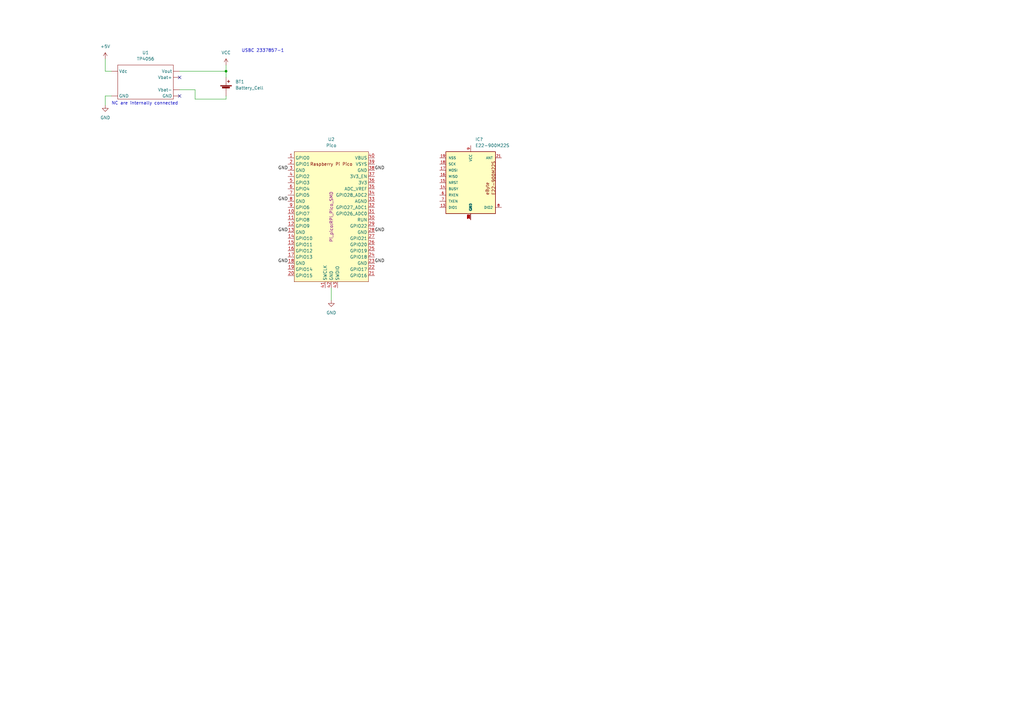
<source format=kicad_sch>
(kicad_sch (version 20211123) (generator eeschema)
  (paper "A3")
  (lib_symbols
    (symbol "Device:Battery_Cell" (pin_numbers hide) (pin_names (offset 0) hide)
      (property "Reference" "BT" (at 2.54 2.54 0))
      (property "Value" "Battery_Cell" (at 2.54 0 0))
      (symbol "Battery_Cell_0_1"
        (rectangle (start -2.286 1.778) (end 2.286 1.524) (fill (type outline)))
        (rectangle (start -1.5748 1.1938) (end 1.4732 0.6858) (fill (type outline)))
        (polyline (pts (xy 0 0.762) (xy 0 0)))
        (polyline (pts (xy 0 1.778) (xy 0 2.54)))
        (polyline (pts (xy 0.508 3.429) (xy 1.524 3.429)) (stroke (width 0.254)))
        (polyline (pts (xy 1.016 3.937) (xy 1.016 2.921)) (stroke (width 0.254)))
      )
      (symbol "Battery_Cell_1_1"
        (pin passive line (at 0 5.08 270) (length 2.54) (name "+") (number "1"))
        (pin passive line (at 0 -2.54 90) (length 2.54) (name "-") (number "2"))
      )
    )
    (symbol "Pi-Pico:Pico"
      (property "Reference" "U" (at -13.97 27.94 0))
      (property "Value" "Pico" (at 0 19.05 0))
      (symbol "Pico_0_0"
        (text "Raspberry Pi Pico" (at 0 21.59 0) (effects (font (size 1.27 1.27))))
      )
      (symbol "Pico_0_1"
        (rectangle (start -15.24 26.67) (end 15.24 -26.67) (fill (type background)))
      )
      (symbol "Pico_1_1"
        (pin bidirectional line (at -17.78 24.13 0) (length 2.54) (name "GPIO0") (number "1"))
        (pin bidirectional line (at -17.78 1.27 0) (length 2.54) (name "GPIO7") (number "10"))
        (pin bidirectional line (at -17.78 -1.27 0) (length 2.54) (name "GPIO8") (number "11"))
        (pin bidirectional line (at -17.78 -3.81 0) (length 2.54) (name "GPIO9") (number "12"))
        (pin power_in line (at -17.78 -6.35 0) (length 2.54) (name "GND") (number "13"))
        (pin bidirectional line (at -17.78 -8.89 0) (length 2.54) (name "GPIO10") (number "14"))
        (pin bidirectional line (at -17.78 -11.43 0) (length 2.54) (name "GPIO11") (number "15"))
        (pin bidirectional line (at -17.78 -13.97 0) (length 2.54) (name "GPIO12") (number "16"))
        (pin bidirectional line (at -17.78 -16.51 0) (length 2.54) (name "GPIO13") (number "17"))
        (pin power_in line (at -17.78 -19.05 0) (length 2.54) (name "GND") (number "18"))
        (pin bidirectional line (at -17.78 -21.59 0) (length 2.54) (name "GPIO14") (number "19"))
        (pin bidirectional line (at -17.78 21.59 0) (length 2.54) (name "GPIO1") (number "2"))
        (pin bidirectional line (at -17.78 -24.13 0) (length 2.54) (name "GPIO15") (number "20"))
        (pin bidirectional line (at 17.78 -24.13 180) (length 2.54) (name "GPIO16") (number "21"))
        (pin bidirectional line (at 17.78 -21.59 180) (length 2.54) (name "GPIO17") (number "22"))
        (pin power_in line (at 17.78 -19.05 180) (length 2.54) (name "GND") (number "23"))
        (pin bidirectional line (at 17.78 -16.51 180) (length 2.54) (name "GPIO18") (number "24"))
        (pin bidirectional line (at 17.78 -13.97 180) (length 2.54) (name "GPIO19") (number "25"))
        (pin bidirectional line (at 17.78 -11.43 180) (length 2.54) (name "GPIO20") (number "26"))
        (pin bidirectional line (at 17.78 -8.89 180) (length 2.54) (name "GPIO21") (number "27"))
        (pin power_in line (at 17.78 -6.35 180) (length 2.54) (name "GND") (number "28"))
        (pin bidirectional line (at 17.78 -3.81 180) (length 2.54) (name "GPIO22") (number "29"))
        (pin power_in line (at -17.78 19.05 0) (length 2.54) (name "GND") (number "3"))
        (pin input line (at 17.78 -1.27 180) (length 2.54) (name "RUN") (number "30"))
        (pin bidirectional line (at 17.78 1.27 180) (length 2.54) (name "GPIO26_ADC0") (number "31"))
        (pin bidirectional line (at 17.78 3.81 180) (length 2.54) (name "GPIO27_ADC1") (number "32"))
        (pin power_in line (at 17.78 6.35 180) (length 2.54) (name "AGND") (number "33"))
        (pin bidirectional line (at 17.78 8.89 180) (length 2.54) (name "GPIO28_ADC2") (number "34"))
        (pin power_in line (at 17.78 11.43 180) (length 2.54) (name "ADC_VREF") (number "35"))
        (pin power_in line (at 17.78 13.97 180) (length 2.54) (name "3V3") (number "36"))
        (pin input line (at 17.78 16.51 180) (length 2.54) (name "3V3_EN") (number "37"))
        (pin bidirectional line (at 17.78 19.05 180) (length 2.54) (name "GND") (number "38"))
        (pin power_in line (at 17.78 21.59 180) (length 2.54) (name "VSYS") (number "39"))
        (pin bidirectional line (at -17.78 16.51 0) (length 2.54) (name "GPIO2") (number "4"))
        (pin power_in line (at 17.78 24.13 180) (length 2.54) (name "VBUS") (number "40"))
        (pin input line (at -2.54 -29.21 90) (length 2.54) (name "SWCLK") (number "41"))
        (pin power_in line (at 0 -29.21 90) (length 2.54) (name "GND") (number "42"))
        (pin bidirectional line (at 2.54 -29.21 90) (length 2.54) (name "SWDIO") (number "43"))
        (pin bidirectional line (at -17.78 13.97 0) (length 2.54) (name "GPIO3") (number "5"))
        (pin bidirectional line (at -17.78 11.43 0) (length 2.54) (name "GPIO4") (number "6"))
        (pin bidirectional line (at -17.78 8.89 0) (length 2.54) (name "GPIO5") (number "7"))
        (pin power_in line (at -17.78 6.35 0) (length 2.54) (name "GND") (number "8"))
        (pin bidirectional line (at -17.78 3.81 0) (length 2.54) (name "GPIO6") (number "9"))
      )
    )
    (symbol "_Lora:E22-900M22S" (pin_names (offset 1.016))
      (property "Reference" "IC" (at 5.08 17.78 0))
      (property "Value" "E22-900M22S" (at -12.7 17.78 0))
      (symbol "E22-900M22S_0_0"
        (rectangle (start -10.16 -12.7) (end 10.16 12.7) (stroke (width 0.254)) (fill (type background)))
        (text "E22-900M22S" (at 10.16 -5.08 900) (effects (font (size 1.27 1.27)) (justify left bottom)))
        (text "eByte" (at 7.62 -5.08 900) (effects (font (size 1.27 1.27)) (justify left bottom)))
        (pin power_in line (at 0 -15.24 90) (length 2.54) (name "GND") (number "1"))
        (pin power_in line (at 0 -15.24 90) (length 2.54) (name "GND") (number "10"))
        (pin power_in line (at 0 -15.24 90) (length 2.54) (name "GND") (number "11"))
        (pin power_in line (at 0 -15.24 90) (length 2.54) (name "GND") (number "12"))
        (pin bidirectional line (at -12.7 -10.16 0) (length 2.54) (name "DIO1") (number "13"))
        (pin bidirectional line (at -12.7 -2.54 0) (length 2.54) (name "BUSY") (number "14"))
        (pin bidirectional line (at -12.7 0 0) (length 2.54) (name "NRST") (number "15"))
        (pin bidirectional line (at -12.7 2.54 0) (length 2.54) (name "MISO") (number "16"))
        (pin bidirectional line (at -12.7 5.08 0) (length 2.54) (name "MOSI") (number "17"))
        (pin input line (at -12.7 7.62 0) (length 2.54) (name "SCK") (number "18"))
        (pin input line (at -12.7 10.16 0) (length 2.54) (name "NSS") (number "19"))
        (pin power_in line (at 0 -15.24 90) (length 2.54) (name "GND") (number "2"))
        (pin power_in line (at 0 -15.24 90) (length 2.54) (name "GND") (number "20"))
        (pin output line (at 12.7 10.16 180) (length 2.54) (name "ANT") (number "21"))
        (pin power_in line (at 0 -15.24 90) (length 2.54) (name "GND") (number "22"))
        (pin power_in line (at 0 -15.24 90) (length 2.54) (name "GND") (number "3"))
        (pin power_in line (at 0 -15.24 90) (length 2.54) (name "GND") (number "4"))
        (pin power_in line (at 0 -15.24 90) (length 2.54) (name "GND") (number "5"))
        (pin input line (at -12.7 -5.08 0) (length 2.54) (name "RXEN") (number "6"))
        (pin bidirectional line (at -12.7 -7.62 0) (length 2.54) (name "TXEN") (number "7"))
        (pin bidirectional line (at 12.7 -10.16 180) (length 2.54) (name "DIO2") (number "8"))
        (pin power_in line (at 0 15.24 270) (length 2.54) (name "VCC") (number "9"))
      )
    )
    (symbol "_projectsymbol:TP4056" (pin_numbers hide)
      (property "Reference" "U" (at 0 -1.27 0))
      (property "Value" "TP4056" (at 0 1.27 0))
      (symbol "TP4056_0_1"
        (rectangle (start -11.43 6.35) (end 11.43 -7.62))
      )
      (symbol "TP4056_1_1"
        (pin power_in line (at -13.97 3.81 0) (length 2.54) (name "Vdc") (number "1"))
        (pin power_in line (at -13.97 -6.35 0) (length 2.54) (name "GND") (number "2"))
        (pin power_out line (at 13.97 3.81 180) (length 2.54) (name "Vout") (number "3"))
        (pin power_in line (at 13.97 -6.35 180) (length 2.54) (name "GND") (number "4"))
        (pin power_out line (at 13.97 1.27 180) (length 2.54) (name "Vbat+") (number "5"))
        (pin power_out line (at 13.97 -3.81 180) (length 2.54) (name "Vbat-") (number "6"))
      )
    )
    (symbol "power:+5V" (power) (pin_names (offset 0))
      (property "Value" "+5V" (at 0 3.556 0))
      (symbol "+5V_0_1"
        (polyline (pts (xy -0.762 1.27) (xy 0 2.54)))
        (polyline (pts (xy 0 0) (xy 0 2.54)))
        (polyline (pts (xy 0 2.54) (xy 0.762 1.27)))
      )
      (symbol "+5V_1_1"
        (pin power_in line (at 0 0 90) (length 0) hide (name "+5V") (number "1"))
      )
    )
    (symbol "power:GND" (power) (pin_names (offset 0))
      (property "Value" "GND" (at 0 -3.81 0))
      (symbol "GND_0_1"
        (polyline (pts (xy 0 0) (xy 0 -1.27) (xy 1.27 -1.27) (xy 0 -2.54) (xy -1.27 -1.27) (xy 0 -1.27)))
      )
      (symbol "GND_1_1"
        (pin power_in line (at 0 0 270) (length 0) hide (name "GND") (number "1"))
      )
    )
    (symbol "power:VCC" (power) (pin_names (offset 0))
      (property "Value" "VCC" (at 0 3.81 0))
      (symbol "VCC_0_1"
        (polyline (pts (xy -0.762 1.27) (xy 0 2.54)))
        (polyline (pts (xy 0 0) (xy 0 2.54)))
        (polyline (pts (xy 0 2.54) (xy 0.762 1.27)))
      )
      (symbol "VCC_1_1"
        (pin power_in line (at 0 0 90) (length 0) hide (name "VCC") (number "1"))
      )
    )
  )
  (junction (at 92.71 29.21))
  (no_connect (at 73.66 39.37))
  (no_connect (at 73.66 31.75))
  (wire (pts (xy 73.66 36.83) (xy 80.01 36.83)))
  (wire (pts (xy 92.71 26.67) (xy 92.71 29.21)))
  (wire (pts (xy 43.18 43.18) (xy 43.18 39.37)))
  (wire (pts (xy 43.18 29.21) (xy 45.72 29.21)))
  (wire (pts (xy 73.66 29.21) (xy 92.71 29.21)))
  (wire (pts (xy 43.18 39.37) (xy 45.72 39.37)))
  (wire (pts (xy 43.18 24.13) (xy 43.18 29.21)))
  (wire (pts (xy 92.71 29.21) (xy 92.71 31.75)))
  (wire (pts (xy 135.89 118.11) (xy 135.89 123.19)))
  (wire (pts (xy 80.01 40.64) (xy 92.71 40.64)))
  (wire (pts (xy 80.01 36.83) (xy 80.01 40.64)))
  (wire (pts (xy 92.71 40.64) (xy 92.71 39.37)))
  (text "USBC 2337857-1" (at 99.06 21.59 0) (effects (font (size 1.27 1.27)) (justify left bottom)))
  (text "NC are internally connected" (at 45.72 43.18 0) (effects (font (size 1.27 1.27)) (justify left bottom)))
  (label "GND" (at 153.67 107.95 0))
  (label "GND" (at 118.11 82.55 180))
  (label "GND" (at 153.67 69.85 0))
  (label "GND" (at 118.11 69.85 180))
  (label "GND" (at 153.67 95.25 0))
  (label "GND" (at 118.11 95.25 180))
  (label "GND" (at 118.11 107.95 180))
  (symbol (lib_id "_Lora:E22-900M22S") (at 193.04 74.93 0) (unit 1)
    (property "Reference" "IC?" (at 194.9197 57.15 0) (effects (justify left)))
    (property "Value" "E22-900M22S" (at 194.9197 59.69 0) (effects (justify left)))
    (property "Footprint" "Pi_pico:E22-900M22S" (effects hide))
  )
  (symbol (lib_id "power:GND") (at 135.89 123.19 0) (unit 1)
    (property "Reference" "#PWR03" (effects hide))
    (property "Value" "GND" (at 135.89 128.27 0))
  )
  (symbol (lib_id "power:VCC") (at 92.71 26.67 0) (unit 1)
    (property "Reference" "#PWR0101" (effects hide))
    (property "Value" "VCC" (at 92.71 21.59 0))
  )
  (symbol (lib_id "Device:Battery_Cell") (at 92.71 36.83 0) (unit 1)
    (property "Reference" "BT1" (at 96.52 33.5279 0) (effects (justify left)))
    (property "Value" "Battery_Cell" (at 96.52 36.0679 0) (effects (justify left)))
    (property "Footprint" "Pi_pico:1042P" (effects hide))
  )
  (symbol (lib_id "Pi-Pico:Pico") (at 135.89 88.9 0) (unit 1)
    (property "Reference" "U2" (at 135.89 57.15 0))
    (property "Value" "Pico" (at 135.89 59.69 0))
    (property "Footprint" "Pi_pico:RPi_Pico_SMD" (at 135.89 88.9 90))
  )
  (symbol (lib_id "power:GND") (at 43.18 43.18 0) (unit 1)
    (property "Reference" "#PWR02" (effects hide))
    (property "Value" "GND" (at 43.18 48.26 0))
  )
  (symbol (lib_id "power:+5V") (at 43.18 24.13 0) (unit 1)
    (property "Reference" "#PWR01" (effects hide))
    (property "Value" "+5V" (at 43.18 19.05 0))
  )
  (symbol (lib_id "_projectsymbol:TP4056") (at 59.69 33.02 0) (unit 1)
    (property "Reference" "U1" (at 59.69 21.59 0))
    (property "Value" "TP4056" (at 59.69 24.13 0))
    (property "Footprint" "Pi_pico:TP4056-Module" (effects hide))
  )
)
</source>
